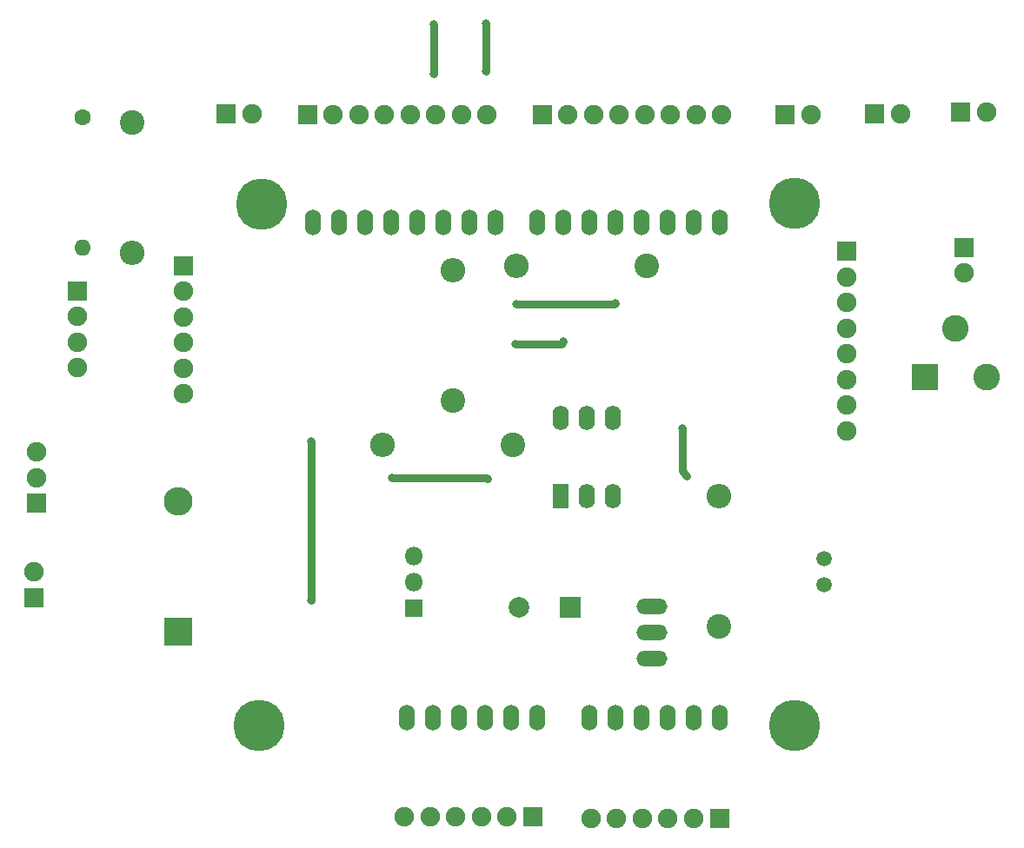
<source format=gbr>
G04 #@! TF.GenerationSoftware,KiCad,Pcbnew,(5.1.2)-2*
G04 #@! TF.CreationDate,2019-07-05T17:58:29+05:30*
G04 #@! TF.ProjectId,AnimalBehaviour,416e696d-616c-4426-9568-6176696f7572,rev?*
G04 #@! TF.SameCoordinates,Original*
G04 #@! TF.FileFunction,Copper,L1,Top*
G04 #@! TF.FilePolarity,Positive*
%FSLAX46Y46*%
G04 Gerber Fmt 4.6, Leading zero omitted, Abs format (unit mm)*
G04 Created by KiCad (PCBNEW (5.1.2)-2) date 2019-07-05 17:58:29*
%MOMM*%
%LPD*%
G04 APERTURE LIST*
%ADD10R,1.900000X1.900000*%
%ADD11C,1.900000*%
%ADD12O,1.600000X2.400000*%
%ADD13R,1.600000X2.400000*%
%ADD14O,1.524000X2.540000*%
%ADD15C,5.000000*%
%ADD16C,2.000000*%
%ADD17R,2.000000X2.000000*%
%ADD18O,2.800000X2.800000*%
%ADD19R,2.800000X2.800000*%
%ADD20C,2.600000*%
%ADD21R,2.600000X2.600000*%
%ADD22C,1.500000*%
%ADD23O,1.800000X1.800000*%
%ADD24R,1.800000X1.800000*%
%ADD25O,1.600000X1.600000*%
%ADD26C,1.600000*%
%ADD27O,2.400000X2.400000*%
%ADD28C,2.400000*%
%ADD29O,3.010000X1.510000*%
%ADD30C,0.800000*%
%ADD31C,0.800000*%
G04 APERTURE END LIST*
D10*
X154450000Y-73700000D03*
D11*
X154450000Y-76200000D03*
X154450000Y-78700000D03*
X154450000Y-81200000D03*
X154450000Y-83700000D03*
X154450000Y-86200000D03*
X154450000Y-88700000D03*
X154450000Y-91200000D03*
D12*
X126550000Y-89950000D03*
X131630000Y-97570000D03*
X129090000Y-89950000D03*
X129090000Y-97570000D03*
X131630000Y-89950000D03*
D13*
X126550000Y-97570000D03*
D11*
X89810000Y-87580000D03*
X89810000Y-85080000D03*
X89810000Y-82580000D03*
X89810000Y-80080000D03*
X89810000Y-77580000D03*
D10*
X89810000Y-75080000D03*
D14*
X142100000Y-119140000D03*
X139560000Y-119140000D03*
X137020000Y-119140000D03*
X129400000Y-119140000D03*
X131940000Y-119140000D03*
X134480000Y-119140000D03*
X124320000Y-119140000D03*
X121780000Y-119140000D03*
X119240000Y-119140000D03*
X114160000Y-119140000D03*
X111620000Y-119140000D03*
X142100000Y-70880000D03*
X139560000Y-70880000D03*
X137020000Y-70880000D03*
X134480000Y-70880000D03*
X131940000Y-70880000D03*
X129400000Y-70880000D03*
X126860000Y-70880000D03*
X124320000Y-70880000D03*
X120256000Y-70880000D03*
X117716000Y-70880000D03*
X115176000Y-70880000D03*
X112636000Y-70880000D03*
X110096000Y-70880000D03*
X107556000Y-70880000D03*
X105016000Y-70880000D03*
X102476000Y-70880000D03*
X116700000Y-119140000D03*
D15*
X149360000Y-119860000D03*
X149360000Y-69010000D03*
X97410000Y-69060000D03*
X97210000Y-119860000D03*
D16*
X122500000Y-108390000D03*
D17*
X127500000Y-108390000D03*
D18*
X89360000Y-98030000D03*
D19*
X89360000Y-110730000D03*
D10*
X148460000Y-60370000D03*
D11*
X150960000Y-60370000D03*
X79490000Y-85040000D03*
X79490000Y-82540000D03*
X79490000Y-80040000D03*
D10*
X79490000Y-77540000D03*
D11*
X96520000Y-60300000D03*
D10*
X94020000Y-60300000D03*
D11*
X165900000Y-75810000D03*
D10*
X165900000Y-73310000D03*
D20*
X165030000Y-81250000D03*
X168030000Y-85950000D03*
D21*
X162030000Y-85950000D03*
D10*
X165560000Y-60100000D03*
D11*
X168060000Y-60100000D03*
D22*
X152260000Y-106180000D03*
X152260000Y-103640000D03*
D10*
X157160000Y-60270000D03*
D11*
X159660000Y-60270000D03*
X75490000Y-93250000D03*
X75490000Y-95750000D03*
D10*
X75490000Y-98250000D03*
D11*
X75290000Y-104940000D03*
D10*
X75290000Y-107440000D03*
X123860000Y-128750000D03*
D11*
X121360000Y-128750000D03*
X118860000Y-128750000D03*
X116360000Y-128750000D03*
X113860000Y-128750000D03*
X111360000Y-128750000D03*
X129530000Y-128920000D03*
X132030000Y-128920000D03*
X134530000Y-128920000D03*
X137030000Y-128920000D03*
X139530000Y-128920000D03*
D10*
X142030000Y-128920000D03*
D11*
X119420000Y-60410000D03*
X116920000Y-60410000D03*
X114420000Y-60410000D03*
X111920000Y-60410000D03*
X109420000Y-60410000D03*
X106920000Y-60410000D03*
X104420000Y-60410000D03*
D10*
X101920000Y-60410000D03*
D11*
X142270000Y-60340000D03*
X139770000Y-60340000D03*
X137270000Y-60340000D03*
X134770000Y-60340000D03*
X132270000Y-60340000D03*
X129770000Y-60340000D03*
X127270000Y-60340000D03*
D10*
X124770000Y-60340000D03*
D23*
X112300000Y-103410000D03*
X112300000Y-105950000D03*
D24*
X112300000Y-108490000D03*
D25*
X79990000Y-73360000D03*
D26*
X79990000Y-60660000D03*
D27*
X84810000Y-73830000D03*
D28*
X84810000Y-61130000D03*
D27*
X122250000Y-75140000D03*
D28*
X134950000Y-75140000D03*
X141960000Y-110290000D03*
D27*
X141960000Y-97590000D03*
D28*
X116040000Y-88240000D03*
D27*
X116040000Y-75540000D03*
X109190000Y-92590000D03*
D28*
X121890000Y-92590000D03*
D29*
X135480000Y-113390000D03*
X135480000Y-110850000D03*
X135480000Y-108310000D03*
D30*
X122280000Y-78870000D03*
X131940000Y-78750000D03*
X102280000Y-92210000D03*
X102250000Y-107710000D03*
X119280000Y-56150000D03*
X119300000Y-51520000D03*
X114230000Y-56360000D03*
X114230000Y-51570000D03*
X138880000Y-95600000D03*
X138400000Y-90960000D03*
X110160000Y-95750000D03*
X119430000Y-95880000D03*
X122210000Y-82710000D03*
X126860000Y-82510000D03*
D31*
X131820000Y-78870000D02*
X131940000Y-78750000D01*
X122280000Y-78870000D02*
X131820000Y-78870000D01*
X102280000Y-107680000D02*
X102250000Y-107710000D01*
X102280000Y-92210000D02*
X102280000Y-107680000D01*
X119280000Y-51540000D02*
X119300000Y-51520000D01*
X119280000Y-56150000D02*
X119280000Y-51540000D01*
X114230000Y-56360000D02*
X114230000Y-51570000D01*
X138400000Y-95120000D02*
X138880000Y-95600000D01*
X138400000Y-90960000D02*
X138400000Y-95120000D01*
X119300000Y-95750000D02*
X119430000Y-95880000D01*
X110160000Y-95750000D02*
X119300000Y-95750000D01*
X126660000Y-82710000D02*
X126860000Y-82510000D01*
X122210000Y-82710000D02*
X126660000Y-82710000D01*
M02*

</source>
